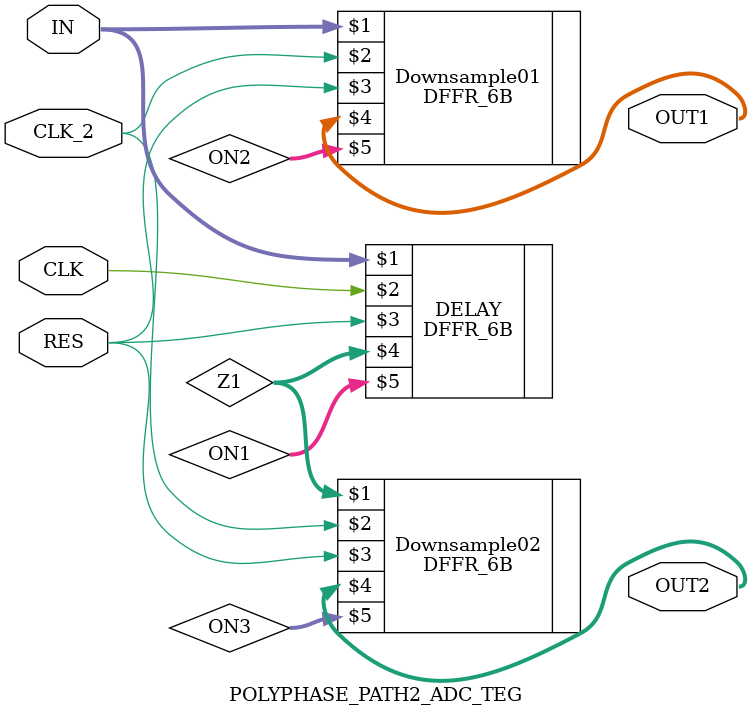
<source format=v>
module POLYPHASE_PATH2_ADC_TEG (CLK, CLK_2, RES, IN, OUT1, OUT2);

	 parameter BW = 6;

	 input CLK, CLK_2, RES;
	 input signed [BW-1:0] IN;
	 output signed [BW-1:0] OUT1, OUT2;

	 wire signed [BW-1:0] Z1;
	 wire signed [BW-1:0] ON1, ON2, ON3;

	DFFR_6B  DELAY (IN, CLK, RES, Z1, ON1),
                Downsample01 (IN, CLK_2, RES, OUT1, ON2),
		  Downsample02 (Z1, CLK_2, RES, OUT2, ON3);
	
endmodule

</source>
